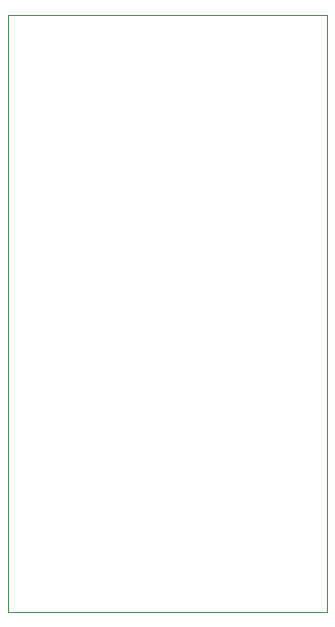
<source format=gbr>
G04 #@! TF.GenerationSoftware,KiCad,Pcbnew,(5.1.2)-2*
G04 #@! TF.CreationDate,2019-07-11T02:06:11+02:00*
G04 #@! TF.ProjectId,ATM32U4_backpack,41544d33-3255-4345-9f62-61636b706163,rev?*
G04 #@! TF.SameCoordinates,Original*
G04 #@! TF.FileFunction,Profile,NP*
%FSLAX46Y46*%
G04 Gerber Fmt 4.6, Leading zero omitted, Abs format (unit mm)*
G04 Created by KiCad (PCBNEW (5.1.2)-2) date 2019-07-11 02:06:11*
%MOMM*%
%LPD*%
G04 APERTURE LIST*
%ADD10C,0.050000*%
G04 APERTURE END LIST*
D10*
X57000000Y-120500000D02*
X30000000Y-120500000D01*
X57000000Y-70000000D02*
X57000000Y-120500000D01*
X30000000Y-70000000D02*
X57000000Y-70000000D01*
X30000000Y-120500000D02*
X30000000Y-70000000D01*
M02*

</source>
